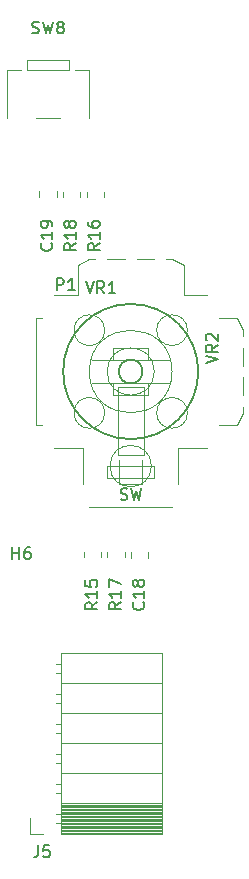
<source format=gbr>
%TF.GenerationSoftware,KiCad,Pcbnew,(7.0.0)*%
%TF.CreationDate,2023-04-10T20:49:18+02:00*%
%TF.ProjectId,STM32 Talnet console,53544d33-3220-4546-916c-6e657420636f,rev?*%
%TF.SameCoordinates,Original*%
%TF.FileFunction,Legend,Top*%
%TF.FilePolarity,Positive*%
%FSLAX46Y46*%
G04 Gerber Fmt 4.6, Leading zero omitted, Abs format (unit mm)*
G04 Created by KiCad (PCBNEW (7.0.0)) date 2023-04-10 20:49:18*
%MOMM*%
%LPD*%
G01*
G04 APERTURE LIST*
%ADD10C,0.150000*%
%ADD11C,0.120000*%
%ADD12C,0.010000*%
%ADD13C,0.200000*%
G04 APERTURE END LIST*
D10*
%TO.C,SW8*%
X100359567Y-64526861D02*
X100502424Y-64574480D01*
X100502424Y-64574480D02*
X100740519Y-64574480D01*
X100740519Y-64574480D02*
X100835757Y-64526861D01*
X100835757Y-64526861D02*
X100883376Y-64479242D01*
X100883376Y-64479242D02*
X100930995Y-64384004D01*
X100930995Y-64384004D02*
X100930995Y-64288766D01*
X100930995Y-64288766D02*
X100883376Y-64193528D01*
X100883376Y-64193528D02*
X100835757Y-64145909D01*
X100835757Y-64145909D02*
X100740519Y-64098290D01*
X100740519Y-64098290D02*
X100550043Y-64050671D01*
X100550043Y-64050671D02*
X100454805Y-64003052D01*
X100454805Y-64003052D02*
X100407186Y-63955433D01*
X100407186Y-63955433D02*
X100359567Y-63860195D01*
X100359567Y-63860195D02*
X100359567Y-63764957D01*
X100359567Y-63764957D02*
X100407186Y-63669719D01*
X100407186Y-63669719D02*
X100454805Y-63622100D01*
X100454805Y-63622100D02*
X100550043Y-63574480D01*
X100550043Y-63574480D02*
X100788138Y-63574480D01*
X100788138Y-63574480D02*
X100930995Y-63622100D01*
X101264329Y-63574480D02*
X101502424Y-64574480D01*
X101502424Y-64574480D02*
X101692900Y-63860195D01*
X101692900Y-63860195D02*
X101883376Y-64574480D01*
X101883376Y-64574480D02*
X102121472Y-63574480D01*
X102645281Y-64003052D02*
X102550043Y-63955433D01*
X102550043Y-63955433D02*
X102502424Y-63907814D01*
X102502424Y-63907814D02*
X102454805Y-63812576D01*
X102454805Y-63812576D02*
X102454805Y-63764957D01*
X102454805Y-63764957D02*
X102502424Y-63669719D01*
X102502424Y-63669719D02*
X102550043Y-63622100D01*
X102550043Y-63622100D02*
X102645281Y-63574480D01*
X102645281Y-63574480D02*
X102835757Y-63574480D01*
X102835757Y-63574480D02*
X102930995Y-63622100D01*
X102930995Y-63622100D02*
X102978614Y-63669719D01*
X102978614Y-63669719D02*
X103026233Y-63764957D01*
X103026233Y-63764957D02*
X103026233Y-63812576D01*
X103026233Y-63812576D02*
X102978614Y-63907814D01*
X102978614Y-63907814D02*
X102930995Y-63955433D01*
X102930995Y-63955433D02*
X102835757Y-64003052D01*
X102835757Y-64003052D02*
X102645281Y-64003052D01*
X102645281Y-64003052D02*
X102550043Y-64050671D01*
X102550043Y-64050671D02*
X102502424Y-64098290D01*
X102502424Y-64098290D02*
X102454805Y-64193528D01*
X102454805Y-64193528D02*
X102454805Y-64384004D01*
X102454805Y-64384004D02*
X102502424Y-64479242D01*
X102502424Y-64479242D02*
X102550043Y-64526861D01*
X102550043Y-64526861D02*
X102645281Y-64574480D01*
X102645281Y-64574480D02*
X102835757Y-64574480D01*
X102835757Y-64574480D02*
X102930995Y-64526861D01*
X102930995Y-64526861D02*
X102978614Y-64479242D01*
X102978614Y-64479242D02*
X103026233Y-64384004D01*
X103026233Y-64384004D02*
X103026233Y-64193528D01*
X103026233Y-64193528D02*
X102978614Y-64098290D01*
X102978614Y-64098290D02*
X102930995Y-64050671D01*
X102930995Y-64050671D02*
X102835757Y-64003052D01*
%TO.C,C19*%
X101965042Y-82349957D02*
X102012661Y-82397576D01*
X102012661Y-82397576D02*
X102060280Y-82540433D01*
X102060280Y-82540433D02*
X102060280Y-82635671D01*
X102060280Y-82635671D02*
X102012661Y-82778528D01*
X102012661Y-82778528D02*
X101917423Y-82873766D01*
X101917423Y-82873766D02*
X101822185Y-82921385D01*
X101822185Y-82921385D02*
X101631709Y-82969004D01*
X101631709Y-82969004D02*
X101488852Y-82969004D01*
X101488852Y-82969004D02*
X101298376Y-82921385D01*
X101298376Y-82921385D02*
X101203138Y-82873766D01*
X101203138Y-82873766D02*
X101107900Y-82778528D01*
X101107900Y-82778528D02*
X101060280Y-82635671D01*
X101060280Y-82635671D02*
X101060280Y-82540433D01*
X101060280Y-82540433D02*
X101107900Y-82397576D01*
X101107900Y-82397576D02*
X101155519Y-82349957D01*
X102060280Y-81397576D02*
X102060280Y-81969004D01*
X102060280Y-81683290D02*
X101060280Y-81683290D01*
X101060280Y-81683290D02*
X101203138Y-81778528D01*
X101203138Y-81778528D02*
X101298376Y-81873766D01*
X101298376Y-81873766D02*
X101345995Y-81969004D01*
X102060280Y-80921385D02*
X102060280Y-80730909D01*
X102060280Y-80730909D02*
X102012661Y-80635671D01*
X102012661Y-80635671D02*
X101965042Y-80588052D01*
X101965042Y-80588052D02*
X101822185Y-80492814D01*
X101822185Y-80492814D02*
X101631709Y-80445195D01*
X101631709Y-80445195D02*
X101250757Y-80445195D01*
X101250757Y-80445195D02*
X101155519Y-80492814D01*
X101155519Y-80492814D02*
X101107900Y-80540433D01*
X101107900Y-80540433D02*
X101060280Y-80635671D01*
X101060280Y-80635671D02*
X101060280Y-80826147D01*
X101060280Y-80826147D02*
X101107900Y-80921385D01*
X101107900Y-80921385D02*
X101155519Y-80969004D01*
X101155519Y-80969004D02*
X101250757Y-81016623D01*
X101250757Y-81016623D02*
X101488852Y-81016623D01*
X101488852Y-81016623D02*
X101584090Y-80969004D01*
X101584090Y-80969004D02*
X101631709Y-80921385D01*
X101631709Y-80921385D02*
X101679328Y-80826147D01*
X101679328Y-80826147D02*
X101679328Y-80635671D01*
X101679328Y-80635671D02*
X101631709Y-80540433D01*
X101631709Y-80540433D02*
X101584090Y-80492814D01*
X101584090Y-80492814D02*
X101488852Y-80445195D01*
%TO.C,J5*%
X100859566Y-133324480D02*
X100859566Y-134038766D01*
X100859566Y-134038766D02*
X100811947Y-134181623D01*
X100811947Y-134181623D02*
X100716709Y-134276861D01*
X100716709Y-134276861D02*
X100573852Y-134324480D01*
X100573852Y-134324480D02*
X100478614Y-134324480D01*
X101811947Y-133324480D02*
X101335757Y-133324480D01*
X101335757Y-133324480D02*
X101288138Y-133800671D01*
X101288138Y-133800671D02*
X101335757Y-133753052D01*
X101335757Y-133753052D02*
X101430995Y-133705433D01*
X101430995Y-133705433D02*
X101669090Y-133705433D01*
X101669090Y-133705433D02*
X101764328Y-133753052D01*
X101764328Y-133753052D02*
X101811947Y-133800671D01*
X101811947Y-133800671D02*
X101859566Y-133895909D01*
X101859566Y-133895909D02*
X101859566Y-134134004D01*
X101859566Y-134134004D02*
X101811947Y-134229242D01*
X101811947Y-134229242D02*
X101764328Y-134276861D01*
X101764328Y-134276861D02*
X101669090Y-134324480D01*
X101669090Y-134324480D02*
X101430995Y-134324480D01*
X101430995Y-134324480D02*
X101335757Y-134276861D01*
X101335757Y-134276861D02*
X101288138Y-134229242D01*
%TO.C,P1*%
X102454805Y-86324480D02*
X102454805Y-85324480D01*
X102454805Y-85324480D02*
X102835757Y-85324480D01*
X102835757Y-85324480D02*
X102930995Y-85372100D01*
X102930995Y-85372100D02*
X102978614Y-85419719D01*
X102978614Y-85419719D02*
X103026233Y-85514957D01*
X103026233Y-85514957D02*
X103026233Y-85657814D01*
X103026233Y-85657814D02*
X102978614Y-85753052D01*
X102978614Y-85753052D02*
X102930995Y-85800671D01*
X102930995Y-85800671D02*
X102835757Y-85848290D01*
X102835757Y-85848290D02*
X102454805Y-85848290D01*
X103978614Y-86324480D02*
X103407186Y-86324480D01*
X103692900Y-86324480D02*
X103692900Y-85324480D01*
X103692900Y-85324480D02*
X103597662Y-85467338D01*
X103597662Y-85467338D02*
X103502424Y-85562576D01*
X103502424Y-85562576D02*
X103407186Y-85610195D01*
X115060280Y-92516623D02*
X116060280Y-92183290D01*
X116060280Y-92183290D02*
X115060280Y-91849957D01*
X116060280Y-90945195D02*
X115584090Y-91278528D01*
X116060280Y-91516623D02*
X115060280Y-91516623D01*
X115060280Y-91516623D02*
X115060280Y-91135671D01*
X115060280Y-91135671D02*
X115107900Y-91040433D01*
X115107900Y-91040433D02*
X115155519Y-90992814D01*
X115155519Y-90992814D02*
X115250757Y-90945195D01*
X115250757Y-90945195D02*
X115393614Y-90945195D01*
X115393614Y-90945195D02*
X115488852Y-90992814D01*
X115488852Y-90992814D02*
X115536471Y-91040433D01*
X115536471Y-91040433D02*
X115584090Y-91135671D01*
X115584090Y-91135671D02*
X115584090Y-91516623D01*
X115155519Y-90564242D02*
X115107900Y-90516623D01*
X115107900Y-90516623D02*
X115060280Y-90421385D01*
X115060280Y-90421385D02*
X115060280Y-90183290D01*
X115060280Y-90183290D02*
X115107900Y-90088052D01*
X115107900Y-90088052D02*
X115155519Y-90040433D01*
X115155519Y-90040433D02*
X115250757Y-89992814D01*
X115250757Y-89992814D02*
X115345995Y-89992814D01*
X115345995Y-89992814D02*
X115488852Y-90040433D01*
X115488852Y-90040433D02*
X116060280Y-90611861D01*
X116060280Y-90611861D02*
X116060280Y-89992814D01*
X104883376Y-85574480D02*
X105216709Y-86574480D01*
X105216709Y-86574480D02*
X105550042Y-85574480D01*
X106454804Y-86574480D02*
X106121471Y-86098290D01*
X105883376Y-86574480D02*
X105883376Y-85574480D01*
X105883376Y-85574480D02*
X106264328Y-85574480D01*
X106264328Y-85574480D02*
X106359566Y-85622100D01*
X106359566Y-85622100D02*
X106407185Y-85669719D01*
X106407185Y-85669719D02*
X106454804Y-85764957D01*
X106454804Y-85764957D02*
X106454804Y-85907814D01*
X106454804Y-85907814D02*
X106407185Y-86003052D01*
X106407185Y-86003052D02*
X106359566Y-86050671D01*
X106359566Y-86050671D02*
X106264328Y-86098290D01*
X106264328Y-86098290D02*
X105883376Y-86098290D01*
X107407185Y-86574480D02*
X106835757Y-86574480D01*
X107121471Y-86574480D02*
X107121471Y-85574480D01*
X107121471Y-85574480D02*
X107026233Y-85717338D01*
X107026233Y-85717338D02*
X106930995Y-85812576D01*
X106930995Y-85812576D02*
X106835757Y-85860195D01*
X107835757Y-104026861D02*
X107978614Y-104074480D01*
X107978614Y-104074480D02*
X108216709Y-104074480D01*
X108216709Y-104074480D02*
X108311947Y-104026861D01*
X108311947Y-104026861D02*
X108359566Y-103979242D01*
X108359566Y-103979242D02*
X108407185Y-103884004D01*
X108407185Y-103884004D02*
X108407185Y-103788766D01*
X108407185Y-103788766D02*
X108359566Y-103693528D01*
X108359566Y-103693528D02*
X108311947Y-103645909D01*
X108311947Y-103645909D02*
X108216709Y-103598290D01*
X108216709Y-103598290D02*
X108026233Y-103550671D01*
X108026233Y-103550671D02*
X107930995Y-103503052D01*
X107930995Y-103503052D02*
X107883376Y-103455433D01*
X107883376Y-103455433D02*
X107835757Y-103360195D01*
X107835757Y-103360195D02*
X107835757Y-103264957D01*
X107835757Y-103264957D02*
X107883376Y-103169719D01*
X107883376Y-103169719D02*
X107930995Y-103122100D01*
X107930995Y-103122100D02*
X108026233Y-103074480D01*
X108026233Y-103074480D02*
X108264328Y-103074480D01*
X108264328Y-103074480D02*
X108407185Y-103122100D01*
X108740519Y-103074480D02*
X108978614Y-104074480D01*
X108978614Y-104074480D02*
X109169090Y-103360195D01*
X109169090Y-103360195D02*
X109359566Y-104074480D01*
X109359566Y-104074480D02*
X109597662Y-103074480D01*
%TO.C,H6*%
X98680995Y-109074480D02*
X98680995Y-108074480D01*
X98680995Y-108550671D02*
X99252423Y-108550671D01*
X99252423Y-109074480D02*
X99252423Y-108074480D01*
X100157185Y-108074480D02*
X99966709Y-108074480D01*
X99966709Y-108074480D02*
X99871471Y-108122100D01*
X99871471Y-108122100D02*
X99823852Y-108169719D01*
X99823852Y-108169719D02*
X99728614Y-108312576D01*
X99728614Y-108312576D02*
X99680995Y-108503052D01*
X99680995Y-108503052D02*
X99680995Y-108884004D01*
X99680995Y-108884004D02*
X99728614Y-108979242D01*
X99728614Y-108979242D02*
X99776233Y-109026861D01*
X99776233Y-109026861D02*
X99871471Y-109074480D01*
X99871471Y-109074480D02*
X100061947Y-109074480D01*
X100061947Y-109074480D02*
X100157185Y-109026861D01*
X100157185Y-109026861D02*
X100204804Y-108979242D01*
X100204804Y-108979242D02*
X100252423Y-108884004D01*
X100252423Y-108884004D02*
X100252423Y-108645909D01*
X100252423Y-108645909D02*
X100204804Y-108550671D01*
X100204804Y-108550671D02*
X100157185Y-108503052D01*
X100157185Y-108503052D02*
X100061947Y-108455433D01*
X100061947Y-108455433D02*
X99871471Y-108455433D01*
X99871471Y-108455433D02*
X99776233Y-108503052D01*
X99776233Y-108503052D02*
X99728614Y-108550671D01*
X99728614Y-108550671D02*
X99680995Y-108645909D01*
%TO.C,R17*%
X107860280Y-112749959D02*
X107384090Y-113083292D01*
X107860280Y-113321387D02*
X106860280Y-113321387D01*
X106860280Y-113321387D02*
X106860280Y-112940435D01*
X106860280Y-112940435D02*
X106907900Y-112845197D01*
X106907900Y-112845197D02*
X106955519Y-112797578D01*
X106955519Y-112797578D02*
X107050757Y-112749959D01*
X107050757Y-112749959D02*
X107193614Y-112749959D01*
X107193614Y-112749959D02*
X107288852Y-112797578D01*
X107288852Y-112797578D02*
X107336471Y-112845197D01*
X107336471Y-112845197D02*
X107384090Y-112940435D01*
X107384090Y-112940435D02*
X107384090Y-113321387D01*
X107860280Y-111797578D02*
X107860280Y-112369006D01*
X107860280Y-112083292D02*
X106860280Y-112083292D01*
X106860280Y-112083292D02*
X107003138Y-112178530D01*
X107003138Y-112178530D02*
X107098376Y-112273768D01*
X107098376Y-112273768D02*
X107145995Y-112369006D01*
X106860280Y-111464244D02*
X106860280Y-110797578D01*
X106860280Y-110797578D02*
X107860280Y-111226149D01*
%TO.C,R15*%
X105860280Y-112749957D02*
X105384090Y-113083290D01*
X105860280Y-113321385D02*
X104860280Y-113321385D01*
X104860280Y-113321385D02*
X104860280Y-112940433D01*
X104860280Y-112940433D02*
X104907900Y-112845195D01*
X104907900Y-112845195D02*
X104955519Y-112797576D01*
X104955519Y-112797576D02*
X105050757Y-112749957D01*
X105050757Y-112749957D02*
X105193614Y-112749957D01*
X105193614Y-112749957D02*
X105288852Y-112797576D01*
X105288852Y-112797576D02*
X105336471Y-112845195D01*
X105336471Y-112845195D02*
X105384090Y-112940433D01*
X105384090Y-112940433D02*
X105384090Y-113321385D01*
X105860280Y-111797576D02*
X105860280Y-112369004D01*
X105860280Y-112083290D02*
X104860280Y-112083290D01*
X104860280Y-112083290D02*
X105003138Y-112178528D01*
X105003138Y-112178528D02*
X105098376Y-112273766D01*
X105098376Y-112273766D02*
X105145995Y-112369004D01*
X104860280Y-110892814D02*
X104860280Y-111369004D01*
X104860280Y-111369004D02*
X105336471Y-111416623D01*
X105336471Y-111416623D02*
X105288852Y-111369004D01*
X105288852Y-111369004D02*
X105241233Y-111273766D01*
X105241233Y-111273766D02*
X105241233Y-111035671D01*
X105241233Y-111035671D02*
X105288852Y-110940433D01*
X105288852Y-110940433D02*
X105336471Y-110892814D01*
X105336471Y-110892814D02*
X105431709Y-110845195D01*
X105431709Y-110845195D02*
X105669804Y-110845195D01*
X105669804Y-110845195D02*
X105765042Y-110892814D01*
X105765042Y-110892814D02*
X105812661Y-110940433D01*
X105812661Y-110940433D02*
X105860280Y-111035671D01*
X105860280Y-111035671D02*
X105860280Y-111273766D01*
X105860280Y-111273766D02*
X105812661Y-111369004D01*
X105812661Y-111369004D02*
X105765042Y-111416623D01*
%TO.C,R18*%
X104060280Y-82349957D02*
X103584090Y-82683290D01*
X104060280Y-82921385D02*
X103060280Y-82921385D01*
X103060280Y-82921385D02*
X103060280Y-82540433D01*
X103060280Y-82540433D02*
X103107900Y-82445195D01*
X103107900Y-82445195D02*
X103155519Y-82397576D01*
X103155519Y-82397576D02*
X103250757Y-82349957D01*
X103250757Y-82349957D02*
X103393614Y-82349957D01*
X103393614Y-82349957D02*
X103488852Y-82397576D01*
X103488852Y-82397576D02*
X103536471Y-82445195D01*
X103536471Y-82445195D02*
X103584090Y-82540433D01*
X103584090Y-82540433D02*
X103584090Y-82921385D01*
X104060280Y-81397576D02*
X104060280Y-81969004D01*
X104060280Y-81683290D02*
X103060280Y-81683290D01*
X103060280Y-81683290D02*
X103203138Y-81778528D01*
X103203138Y-81778528D02*
X103298376Y-81873766D01*
X103298376Y-81873766D02*
X103345995Y-81969004D01*
X103488852Y-80826147D02*
X103441233Y-80921385D01*
X103441233Y-80921385D02*
X103393614Y-80969004D01*
X103393614Y-80969004D02*
X103298376Y-81016623D01*
X103298376Y-81016623D02*
X103250757Y-81016623D01*
X103250757Y-81016623D02*
X103155519Y-80969004D01*
X103155519Y-80969004D02*
X103107900Y-80921385D01*
X103107900Y-80921385D02*
X103060280Y-80826147D01*
X103060280Y-80826147D02*
X103060280Y-80635671D01*
X103060280Y-80635671D02*
X103107900Y-80540433D01*
X103107900Y-80540433D02*
X103155519Y-80492814D01*
X103155519Y-80492814D02*
X103250757Y-80445195D01*
X103250757Y-80445195D02*
X103298376Y-80445195D01*
X103298376Y-80445195D02*
X103393614Y-80492814D01*
X103393614Y-80492814D02*
X103441233Y-80540433D01*
X103441233Y-80540433D02*
X103488852Y-80635671D01*
X103488852Y-80635671D02*
X103488852Y-80826147D01*
X103488852Y-80826147D02*
X103536471Y-80921385D01*
X103536471Y-80921385D02*
X103584090Y-80969004D01*
X103584090Y-80969004D02*
X103679328Y-81016623D01*
X103679328Y-81016623D02*
X103869804Y-81016623D01*
X103869804Y-81016623D02*
X103965042Y-80969004D01*
X103965042Y-80969004D02*
X104012661Y-80921385D01*
X104012661Y-80921385D02*
X104060280Y-80826147D01*
X104060280Y-80826147D02*
X104060280Y-80635671D01*
X104060280Y-80635671D02*
X104012661Y-80540433D01*
X104012661Y-80540433D02*
X103965042Y-80492814D01*
X103965042Y-80492814D02*
X103869804Y-80445195D01*
X103869804Y-80445195D02*
X103679328Y-80445195D01*
X103679328Y-80445195D02*
X103584090Y-80492814D01*
X103584090Y-80492814D02*
X103536471Y-80540433D01*
X103536471Y-80540433D02*
X103488852Y-80635671D01*
%TO.C,R16*%
X106060280Y-82349957D02*
X105584090Y-82683290D01*
X106060280Y-82921385D02*
X105060280Y-82921385D01*
X105060280Y-82921385D02*
X105060280Y-82540433D01*
X105060280Y-82540433D02*
X105107900Y-82445195D01*
X105107900Y-82445195D02*
X105155519Y-82397576D01*
X105155519Y-82397576D02*
X105250757Y-82349957D01*
X105250757Y-82349957D02*
X105393614Y-82349957D01*
X105393614Y-82349957D02*
X105488852Y-82397576D01*
X105488852Y-82397576D02*
X105536471Y-82445195D01*
X105536471Y-82445195D02*
X105584090Y-82540433D01*
X105584090Y-82540433D02*
X105584090Y-82921385D01*
X106060280Y-81397576D02*
X106060280Y-81969004D01*
X106060280Y-81683290D02*
X105060280Y-81683290D01*
X105060280Y-81683290D02*
X105203138Y-81778528D01*
X105203138Y-81778528D02*
X105298376Y-81873766D01*
X105298376Y-81873766D02*
X105345995Y-81969004D01*
X105060280Y-80540433D02*
X105060280Y-80730909D01*
X105060280Y-80730909D02*
X105107900Y-80826147D01*
X105107900Y-80826147D02*
X105155519Y-80873766D01*
X105155519Y-80873766D02*
X105298376Y-80969004D01*
X105298376Y-80969004D02*
X105488852Y-81016623D01*
X105488852Y-81016623D02*
X105869804Y-81016623D01*
X105869804Y-81016623D02*
X105965042Y-80969004D01*
X105965042Y-80969004D02*
X106012661Y-80921385D01*
X106012661Y-80921385D02*
X106060280Y-80826147D01*
X106060280Y-80826147D02*
X106060280Y-80635671D01*
X106060280Y-80635671D02*
X106012661Y-80540433D01*
X106012661Y-80540433D02*
X105965042Y-80492814D01*
X105965042Y-80492814D02*
X105869804Y-80445195D01*
X105869804Y-80445195D02*
X105631709Y-80445195D01*
X105631709Y-80445195D02*
X105536471Y-80492814D01*
X105536471Y-80492814D02*
X105488852Y-80540433D01*
X105488852Y-80540433D02*
X105441233Y-80635671D01*
X105441233Y-80635671D02*
X105441233Y-80826147D01*
X105441233Y-80826147D02*
X105488852Y-80921385D01*
X105488852Y-80921385D02*
X105536471Y-80969004D01*
X105536471Y-80969004D02*
X105631709Y-81016623D01*
%TO.C,C18*%
X109765042Y-112749959D02*
X109812661Y-112797578D01*
X109812661Y-112797578D02*
X109860280Y-112940435D01*
X109860280Y-112940435D02*
X109860280Y-113035673D01*
X109860280Y-113035673D02*
X109812661Y-113178530D01*
X109812661Y-113178530D02*
X109717423Y-113273768D01*
X109717423Y-113273768D02*
X109622185Y-113321387D01*
X109622185Y-113321387D02*
X109431709Y-113369006D01*
X109431709Y-113369006D02*
X109288852Y-113369006D01*
X109288852Y-113369006D02*
X109098376Y-113321387D01*
X109098376Y-113321387D02*
X109003138Y-113273768D01*
X109003138Y-113273768D02*
X108907900Y-113178530D01*
X108907900Y-113178530D02*
X108860280Y-113035673D01*
X108860280Y-113035673D02*
X108860280Y-112940435D01*
X108860280Y-112940435D02*
X108907900Y-112797578D01*
X108907900Y-112797578D02*
X108955519Y-112749959D01*
X109860280Y-111797578D02*
X109860280Y-112369006D01*
X109860280Y-112083292D02*
X108860280Y-112083292D01*
X108860280Y-112083292D02*
X109003138Y-112178530D01*
X109003138Y-112178530D02*
X109098376Y-112273768D01*
X109098376Y-112273768D02*
X109145995Y-112369006D01*
X109288852Y-111226149D02*
X109241233Y-111321387D01*
X109241233Y-111321387D02*
X109193614Y-111369006D01*
X109193614Y-111369006D02*
X109098376Y-111416625D01*
X109098376Y-111416625D02*
X109050757Y-111416625D01*
X109050757Y-111416625D02*
X108955519Y-111369006D01*
X108955519Y-111369006D02*
X108907900Y-111321387D01*
X108907900Y-111321387D02*
X108860280Y-111226149D01*
X108860280Y-111226149D02*
X108860280Y-111035673D01*
X108860280Y-111035673D02*
X108907900Y-110940435D01*
X108907900Y-110940435D02*
X108955519Y-110892816D01*
X108955519Y-110892816D02*
X109050757Y-110845197D01*
X109050757Y-110845197D02*
X109098376Y-110845197D01*
X109098376Y-110845197D02*
X109193614Y-110892816D01*
X109193614Y-110892816D02*
X109241233Y-110940435D01*
X109241233Y-110940435D02*
X109288852Y-111035673D01*
X109288852Y-111035673D02*
X109288852Y-111226149D01*
X109288852Y-111226149D02*
X109336471Y-111321387D01*
X109336471Y-111321387D02*
X109384090Y-111369006D01*
X109384090Y-111369006D02*
X109479328Y-111416625D01*
X109479328Y-111416625D02*
X109669804Y-111416625D01*
X109669804Y-111416625D02*
X109765042Y-111369006D01*
X109765042Y-111369006D02*
X109812661Y-111321387D01*
X109812661Y-111321387D02*
X109860280Y-111226149D01*
X109860280Y-111226149D02*
X109860280Y-111035673D01*
X109860280Y-111035673D02*
X109812661Y-110940435D01*
X109812661Y-110940435D02*
X109765042Y-110892816D01*
X109765042Y-110892816D02*
X109669804Y-110845197D01*
X109669804Y-110845197D02*
X109479328Y-110845197D01*
X109479328Y-110845197D02*
X109384090Y-110892816D01*
X109384090Y-110892816D02*
X109336471Y-110940435D01*
X109336471Y-110940435D02*
X109288852Y-111035673D01*
D11*
%TO.C,SW8*%
X98192900Y-67707100D02*
X99442900Y-67707100D01*
X98192900Y-71707100D02*
X98192900Y-67707100D01*
X102692900Y-71707100D02*
X100692900Y-71707100D01*
X105192900Y-67707100D02*
X103942900Y-67707100D01*
X105192900Y-71707100D02*
X105192900Y-67707100D01*
X99942900Y-66857100D02*
X103442900Y-66857100D01*
X103442900Y-66857100D02*
X103442900Y-67707100D01*
X103442900Y-67707100D02*
X99942900Y-67707100D01*
X99942900Y-67707100D02*
X99942900Y-66857100D01*
%TO.C,C19*%
X100957900Y-78468352D02*
X100957900Y-77945848D01*
X102427900Y-78468352D02*
X102427900Y-77945848D01*
%TO.C,J5*%
X111382900Y-132362100D02*
X111382900Y-117002100D01*
X111382900Y-132362100D02*
X102752900Y-132362100D01*
X111382900Y-132242100D02*
X102752900Y-132242100D01*
X111382900Y-132124005D02*
X102752900Y-132124005D01*
X111382900Y-132005910D02*
X102752900Y-132005910D01*
X111382900Y-131887815D02*
X102752900Y-131887815D01*
X111382900Y-131769720D02*
X102752900Y-131769720D01*
X111382900Y-131651625D02*
X102752900Y-131651625D01*
X111382900Y-131533530D02*
X102752900Y-131533530D01*
X111382900Y-131415435D02*
X102752900Y-131415435D01*
X111382900Y-131297340D02*
X102752900Y-131297340D01*
X111382900Y-131179245D02*
X102752900Y-131179245D01*
X111382900Y-131061150D02*
X102752900Y-131061150D01*
X111382900Y-130943055D02*
X102752900Y-130943055D01*
X111382900Y-130824960D02*
X102752900Y-130824960D01*
X111382900Y-130706865D02*
X102752900Y-130706865D01*
X111382900Y-130588770D02*
X102752900Y-130588770D01*
X111382900Y-130470675D02*
X102752900Y-130470675D01*
X111382900Y-130352580D02*
X102752900Y-130352580D01*
X111382900Y-130234485D02*
X102752900Y-130234485D01*
X111382900Y-130116390D02*
X102752900Y-130116390D01*
X111382900Y-129998295D02*
X102752900Y-129998295D01*
X111382900Y-129880200D02*
X102752900Y-129880200D01*
X111382900Y-129762100D02*
X102752900Y-129762100D01*
X111382900Y-127222100D02*
X102752900Y-127222100D01*
X111382900Y-124682100D02*
X102752900Y-124682100D01*
X111382900Y-122142100D02*
X102752900Y-122142100D01*
X111382900Y-119602100D02*
X102752900Y-119602100D01*
X111382900Y-117002100D02*
X102752900Y-117002100D01*
X102752900Y-132362100D02*
X102752900Y-117002100D01*
X102752900Y-131392100D02*
X102402900Y-131392100D01*
X102752900Y-130672100D02*
X102402900Y-130672100D01*
X102752900Y-128852100D02*
X102342900Y-128852100D01*
X102752900Y-128132100D02*
X102342900Y-128132100D01*
X102752900Y-126312100D02*
X102342900Y-126312100D01*
X102752900Y-125592100D02*
X102342900Y-125592100D01*
X102752900Y-123772100D02*
X102342900Y-123772100D01*
X102752900Y-123052100D02*
X102342900Y-123052100D01*
X102752900Y-121232100D02*
X102342900Y-121232100D01*
X102752900Y-120512100D02*
X102342900Y-120512100D01*
X102752900Y-118692100D02*
X102342900Y-118692100D01*
X102752900Y-117972100D02*
X102342900Y-117972100D01*
X101292900Y-132362100D02*
X100182900Y-132362100D01*
X100182900Y-132362100D02*
X100182900Y-131032100D01*
%TO.C,P1*%
X100692900Y-88707100D02*
X101192900Y-88707100D01*
X100692900Y-97707100D02*
X100692900Y-88707100D01*
X101192900Y-97707100D02*
X100692900Y-97707100D01*
X102192900Y-86707100D02*
X104192900Y-86707100D01*
X104192900Y-84207100D02*
X105192900Y-83707100D01*
X104192900Y-86707100D02*
X104192900Y-84207100D01*
X104692900Y-99707100D02*
X102192900Y-99707100D01*
X104692900Y-102707100D02*
X104692900Y-99707100D01*
X105192900Y-83707100D02*
X105692900Y-83707100D01*
X106692900Y-83707100D02*
X108192900Y-83707100D01*
X106692900Y-101207100D02*
X106692900Y-102207100D01*
X106692900Y-102207100D02*
X110692900Y-102207100D01*
X106942900Y-101207100D02*
X106692900Y-101207100D01*
X107192900Y-91207100D02*
X107192900Y-92207100D01*
X107192900Y-94207100D02*
X107192900Y-95207100D01*
X107192900Y-95207100D02*
X108692900Y-95207100D01*
X107692900Y-100707100D02*
X107692900Y-102707100D01*
X107692900Y-102707100D02*
X109692900Y-102707100D01*
X108692900Y-92207100D02*
X105442900Y-92207100D01*
X108692900Y-92207100D02*
X111942900Y-92207100D01*
X108692900Y-94207100D02*
X105442900Y-94207100D01*
X108692900Y-94207100D02*
X111942900Y-94207100D01*
X108692900Y-95207100D02*
X110192900Y-95207100D01*
X109192900Y-83707100D02*
X110692900Y-83707100D01*
X109692900Y-102707100D02*
X109692900Y-100707100D01*
X110192900Y-91207100D02*
X107192900Y-91207100D01*
X110192900Y-92207100D02*
X110192900Y-91207100D01*
X110192900Y-95207100D02*
X110192900Y-94207100D01*
X110692900Y-101207100D02*
X106942900Y-101207100D01*
X110692900Y-102207100D02*
X110692900Y-101207100D01*
X111692900Y-83707100D02*
X112192900Y-83707100D01*
X111942900Y-94207100D02*
X108692900Y-94207100D01*
X112192900Y-83707100D02*
X113192900Y-84207100D01*
X112192900Y-104707100D02*
X105192900Y-104707100D01*
X112692900Y-99707100D02*
X112692900Y-102707100D01*
X113192900Y-84207100D02*
X113192900Y-86707100D01*
X113192900Y-86707100D02*
X115192900Y-86707100D01*
X115192900Y-99707100D02*
X112692900Y-99707100D01*
X116192900Y-88707100D02*
X117692900Y-88707100D01*
X117692900Y-88707100D02*
X118192900Y-89707100D01*
X117692900Y-97707100D02*
X116192900Y-97707100D01*
X118192900Y-89707100D02*
X118192900Y-90207100D01*
X118192900Y-91207100D02*
X118192900Y-92707100D01*
X118192900Y-91707100D02*
X118192900Y-91207100D01*
X118192900Y-93707100D02*
X118192900Y-95207100D01*
X118192900Y-96207100D02*
X118192900Y-96707100D01*
X118192900Y-96707100D02*
X117692900Y-97707100D01*
D12*
X107592900Y-94497100D02*
X109792900Y-94497100D01*
X109792900Y-94497100D02*
X109792900Y-100277100D01*
X109792900Y-100277100D02*
X107592900Y-100277100D01*
X107592900Y-100277100D02*
X107592900Y-94497100D01*
X106492900Y-89707100D02*
G75*
G03*
X106492900Y-89707100I-1300000J0D01*
G01*
X106492900Y-96707100D02*
G75*
G03*
X106492900Y-96707100I-1300000J0D01*
G01*
D13*
X109692900Y-93207100D02*
G75*
G03*
X109692900Y-93207100I-1000000J0D01*
G01*
D12*
X110692900Y-93207100D02*
G75*
G03*
X110692900Y-93207100I-2000000J0D01*
G01*
D11*
X112192900Y-93207100D02*
G75*
G03*
X112192900Y-93207100I-3500000J0D01*
G01*
D13*
X114413697Y-93207100D02*
G75*
G03*
X114413697Y-93207100I-5720797J0D01*
G01*
D12*
X110442900Y-101207100D02*
G75*
G03*
X110442900Y-101207100I-1750000J0D01*
G01*
X113492900Y-89707100D02*
G75*
G03*
X113492900Y-89707100I-1300000J0D01*
G01*
X113492900Y-96707100D02*
G75*
G03*
X113492900Y-96707100I-1300000J0D01*
G01*
D11*
%TO.C,R17*%
X106707900Y-108934164D02*
X106707900Y-108480036D01*
X108177900Y-108934164D02*
X108177900Y-108480036D01*
%TO.C,R15*%
X104707900Y-108934162D02*
X104707900Y-108480034D01*
X106177900Y-108934162D02*
X106177900Y-108480034D01*
%TO.C,R18*%
X102957900Y-78434164D02*
X102957900Y-77980036D01*
X104427900Y-78434164D02*
X104427900Y-77980036D01*
%TO.C,R16*%
X104957900Y-78434164D02*
X104957900Y-77980036D01*
X106427900Y-78434164D02*
X106427900Y-77980036D01*
%TO.C,C18*%
X110177900Y-108968352D02*
X110177900Y-108445848D01*
X108707900Y-108968352D02*
X108707900Y-108445848D01*
%TD*%
M02*

</source>
